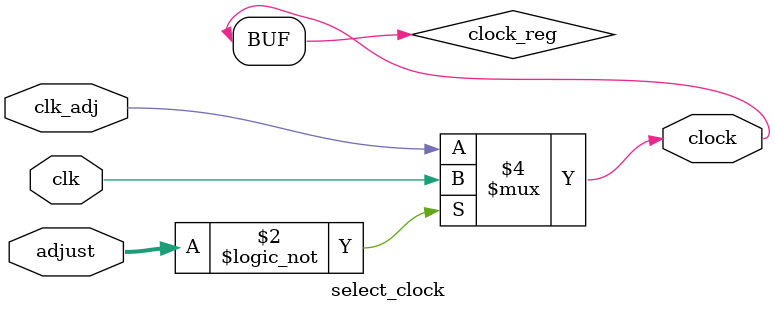
<source format=v>
`timescale 1ns / 1ps

module select_clock(
	input clk, clk_adj,
	input wire [1:0] adjust,
	output clock
    );

reg clock_reg;

always @* begin
	if (adjust == 0) begin
		clock_reg = clk;
	end
	else begin //if (adjust) begin
		clock_reg = clk_adj;
	end
end

assign clock = clock_reg;

endmodule
</source>
